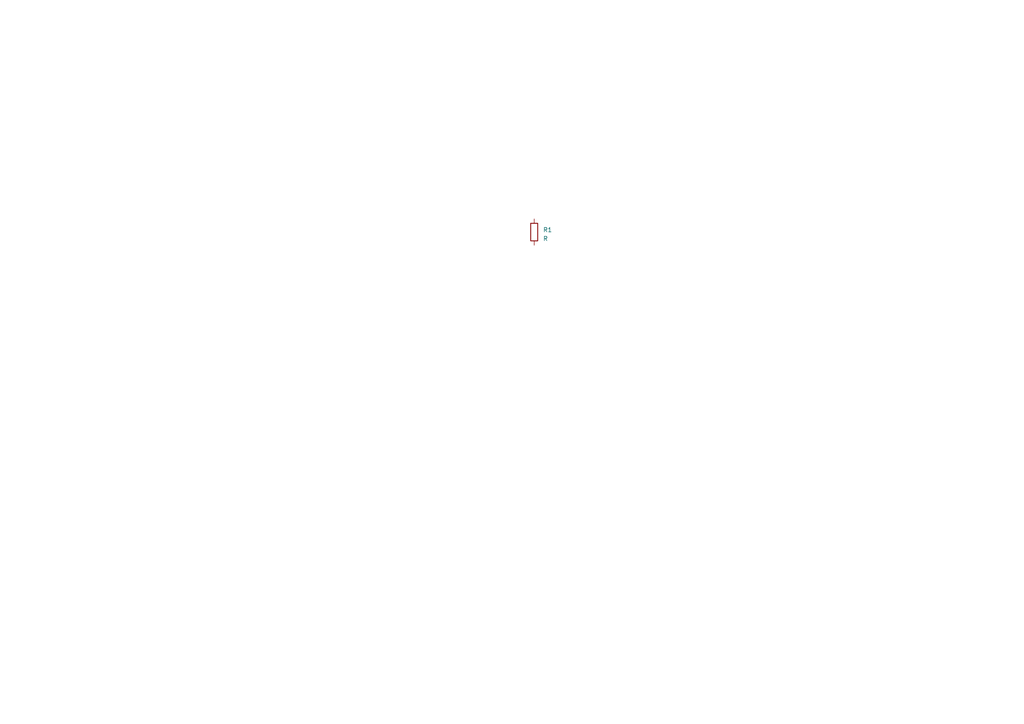
<source format=kicad_sch>
(kicad_sch (version 20230121) (generator eeschema)
  (paper "A4")
  (lib_symbols
    (symbol "Device:R" (pin_numbers hide) (pin_names (offset 0))
      (property "Reference" "R" (at 2.032 0 90))
      (property "Value" "R" (at 0 0 90))
      (symbol "R_0_1"
        (rectangle (start -1.016 -2.54) (end 1.016 2.54) (stroke (width 0.254)))
      )
      (symbol "R_1_1"
        (pin passive line (at 0 3.81 270) (length 1.27) (name "~") (number "1"))
        (pin passive line (at 0 -3.81 90) (length 1.27) (name "~") (number "2"))
      )
    )
  )
  (symbol (lib_id "Device:R") (at 154.94 67.31 0) (unit 1)
    (property "Reference" "R1" (at 157.48 66.675 0) (effects (justify left)))
    (property "Value" "R" (at 157.48 69.215 0) (effects (justify left)))
  )
)
</source>
